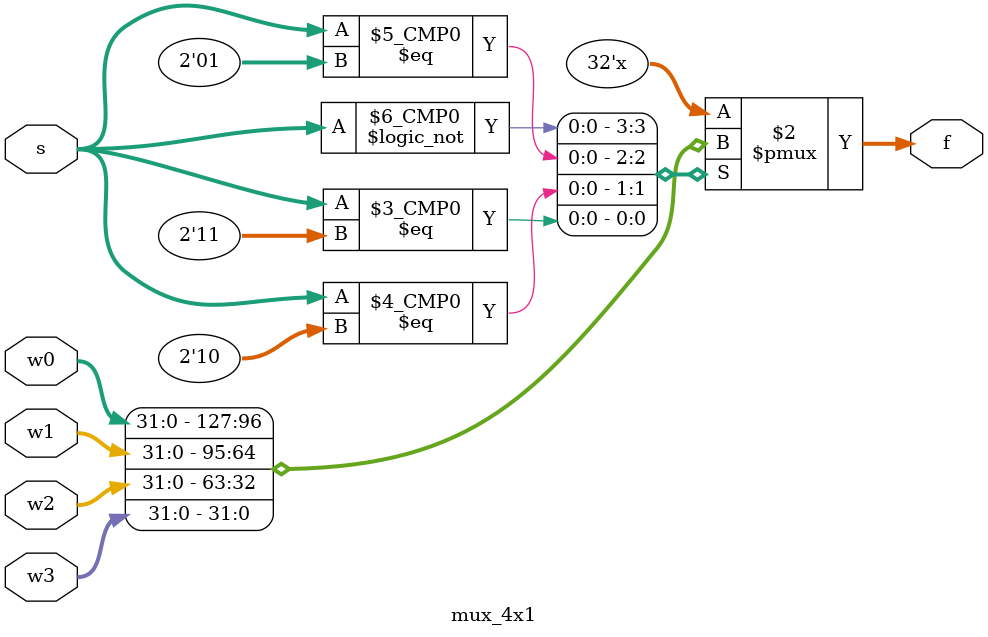
<source format=v>
module mux_4x1
	 #(parameter N = 32) (
    input [N - 1:0] w0,
    input [N - 1:0] w1,
	 input [N - 1:0] w2,
	 input [N - 1:0] w3,
    input [1:0] s,
    output reg [N - 1:0] f
    );
	 
	 always @(*)
	 begin
		case (s)
			2'b00: f = w0;
			2'b01: f = w1;
			2'b10: f = w2;
			2'b11: f = w3;
		endcase
	 end


endmodule
</source>
